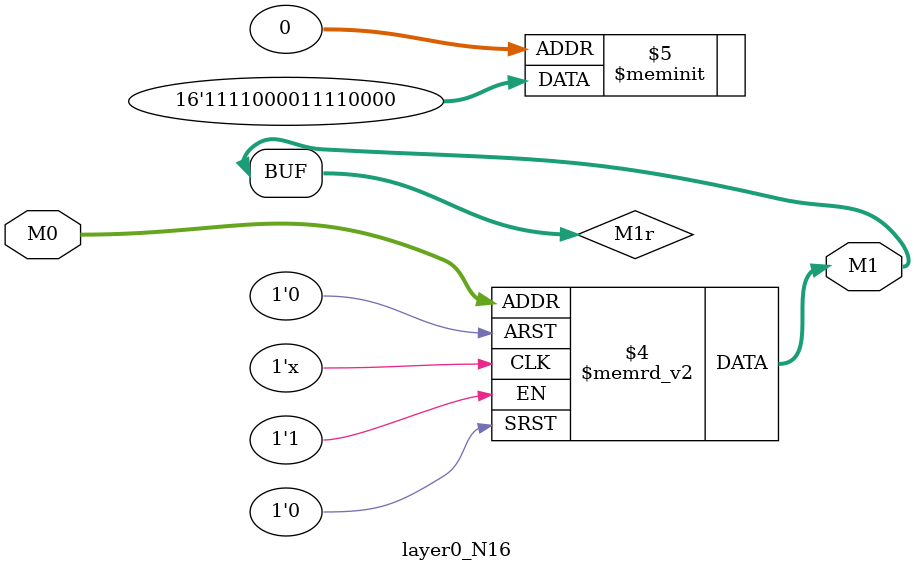
<source format=v>
module layer0_N16 ( input [2:0] M0, output [1:0] M1 );

	(*rom_style = "distributed" *) reg [1:0] M1r;
	assign M1 = M1r;
	always @ (M0) begin
		case (M0)
			3'b000: M1r = 2'b00;
			3'b100: M1r = 2'b00;
			3'b010: M1r = 2'b11;
			3'b110: M1r = 2'b11;
			3'b001: M1r = 2'b00;
			3'b101: M1r = 2'b00;
			3'b011: M1r = 2'b11;
			3'b111: M1r = 2'b11;

		endcase
	end
endmodule

</source>
